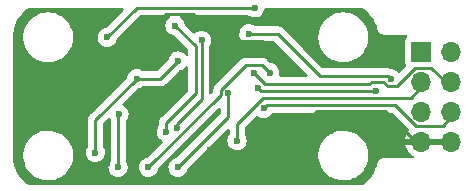
<source format=gbr>
%TF.GenerationSoftware,KiCad,Pcbnew,(6.0.0)*%
%TF.CreationDate,2022-01-22T14:10:52-08:00*%
%TF.ProjectId,elevation-imu,656c6576-6174-4696-9f6e-2d696d752e6b,rev?*%
%TF.SameCoordinates,Original*%
%TF.FileFunction,Copper,L2,Bot*%
%TF.FilePolarity,Positive*%
%FSLAX46Y46*%
G04 Gerber Fmt 4.6, Leading zero omitted, Abs format (unit mm)*
G04 Created by KiCad (PCBNEW (6.0.0)) date 2022-01-22 14:10:52*
%MOMM*%
%LPD*%
G01*
G04 APERTURE LIST*
%TA.AperFunction,ComponentPad*%
%ADD10R,1.700000X1.700000*%
%TD*%
%TA.AperFunction,ComponentPad*%
%ADD11O,1.700000X1.700000*%
%TD*%
%TA.AperFunction,ViaPad*%
%ADD12C,0.600000*%
%TD*%
%TA.AperFunction,Conductor*%
%ADD13C,0.254000*%
%TD*%
G04 APERTURE END LIST*
D10*
%TO.P,J1,1,Pin_1*%
%TO.N,+5V*%
X140075000Y-112200000D03*
D11*
%TO.P,J1,2,Pin_2*%
%TO.N,/SDI_IN*%
X142615000Y-112200000D03*
%TO.P,J1,3,Pin_3*%
%TO.N,/SDO_OUT*%
X140075000Y-114740000D03*
%TO.P,J1,4,Pin_4*%
%TO.N,/CLK_IN*%
X142615000Y-114740000D03*
%TO.P,J1,5,Pin_5*%
%TO.N,/~{CS}_IN*%
X140075000Y-117280000D03*
%TO.P,J1,6,Pin_6*%
%TO.N,/INT_OUT*%
X142615000Y-117280000D03*
%TO.P,J1,7,Pin_7*%
%TO.N,GND*%
X140075000Y-119820000D03*
%TO.P,J1,8,Pin_8*%
X142615000Y-119820000D03*
%TD*%
D12*
%TO.N,GND*%
X113500000Y-121750000D03*
X122250000Y-120500000D03*
%TO.N,/INT*%
X117000000Y-122000000D03*
%TO.N,Net-(U1-Pad9)*%
X114420000Y-122000000D03*
%TO.N,Net-(U1-Pad4)*%
X119500000Y-122000000D03*
%TO.N,GND*%
X108750000Y-116000000D03*
X130000000Y-109500000D03*
X129750000Y-114000000D03*
X116500000Y-117500000D03*
X116750000Y-113000000D03*
%TO.N,Net-(U1-Pad4)*%
X123750000Y-115750000D03*
%TO.N,/SCL*%
X119250000Y-110000000D03*
X118500000Y-119000000D03*
%TO.N,/SDI_IN*%
X136250000Y-115500000D03*
X126250000Y-115250000D03*
%TO.N,GND*%
X128500000Y-113250000D03*
%TO.N,/INT_OUT*%
X126750000Y-117000000D03*
%TO.N,/CLK_IN*%
X125939640Y-114030180D03*
%TO.N,/~{CS}_IN*%
X137500000Y-114500000D03*
X125500000Y-110698002D03*
%TO.N,GND*%
X124250000Y-111324502D03*
%TO.N,/SDI*%
X121500000Y-111250000D03*
X119439233Y-118663822D03*
%TO.N,GND*%
X122750000Y-123000000D03*
X128250000Y-121750000D03*
%TO.N,+3V3*%
X112500000Y-120750000D03*
%TO.N,/SDO_OUT*%
X124500000Y-119750000D03*
%TO.N,+3V3*%
X116000000Y-114500000D03*
X119500000Y-113000000D03*
%TO.N,/INT*%
X127251500Y-114000000D03*
%TO.N,Net-(U1-Pad9)*%
X114500000Y-117500000D03*
%TO.N,+5V*%
X113500000Y-111000000D03*
X126000000Y-108500000D03*
%TD*%
D13*
%TO.N,/INT*%
X116989060Y-122000000D02*
X117000000Y-122000000D01*
X123123499Y-115865561D02*
X116989060Y-122000000D01*
X123123499Y-115490494D02*
X123123499Y-115865561D01*
X125240494Y-113373499D02*
X123123499Y-115490494D01*
X127251500Y-114000000D02*
X126624999Y-113373499D01*
X126624999Y-113373499D02*
X125240494Y-113373499D01*
%TO.N,/SDI*%
X119439233Y-118310767D02*
X119439233Y-118663822D01*
X121500000Y-111250000D02*
X121500000Y-116250000D01*
X121500000Y-116250000D02*
X119439233Y-118310767D01*
%TO.N,GND*%
X122573489Y-123176511D02*
X122750000Y-123000000D01*
X115533489Y-122487328D02*
X116222672Y-123176511D01*
X115533489Y-121783489D02*
X115533489Y-122487328D01*
X115250000Y-121500000D02*
X115533489Y-121783489D01*
X116222672Y-123176511D02*
X122573489Y-123176511D01*
X116500000Y-117500000D02*
X115250000Y-118750000D01*
X115250000Y-118750000D02*
X115250000Y-121500000D01*
%TO.N,/CLK_IN*%
X135687850Y-114953511D02*
X126862971Y-114953511D01*
X139587672Y-113563489D02*
X138024660Y-115126501D01*
X137240494Y-115126501D02*
X136863993Y-114750000D01*
X126862971Y-114953511D02*
X125939640Y-114030180D01*
X140938489Y-113563489D02*
X139587672Y-113563489D01*
X135891361Y-114750000D02*
X135687850Y-114953511D01*
X138024660Y-115126501D02*
X137240494Y-115126501D01*
X142615000Y-115240000D02*
X140938489Y-113563489D01*
X136863993Y-114750000D02*
X135891361Y-114750000D01*
%TO.N,/INT_OUT*%
X127000000Y-116750000D02*
X126750000Y-117000000D01*
X137881161Y-116750000D02*
X127000000Y-116750000D01*
X139631161Y-118500000D02*
X137881161Y-116750000D01*
X142615000Y-117780000D02*
X141895000Y-118500000D01*
X141895000Y-118500000D02*
X139631161Y-118500000D01*
%TO.N,/~{CS}_IN*%
X137250000Y-114250000D02*
X137500000Y-114500000D01*
X131500000Y-114250000D02*
X137250000Y-114250000D01*
X125500000Y-110698002D02*
X127948002Y-110698002D01*
X127948002Y-110698002D02*
X131500000Y-114250000D01*
%TO.N,GND*%
X137005000Y-117250000D02*
X140075000Y-120320000D01*
X131250000Y-117250000D02*
X137005000Y-117250000D01*
X129750000Y-118750000D02*
X131250000Y-117250000D01*
X129750000Y-120250000D02*
X129750000Y-118750000D01*
X128250000Y-121750000D02*
X129750000Y-120250000D01*
%TO.N,/SDI_IN*%
X126500000Y-115500000D02*
X136250000Y-115500000D01*
X126250000Y-115250000D02*
X126500000Y-115500000D01*
%TO.N,GND*%
X129250000Y-114000000D02*
X128500000Y-113250000D01*
X129750000Y-114000000D02*
X129250000Y-114000000D01*
X118500000Y-109000000D02*
X116750000Y-110750000D01*
X116750000Y-110750000D02*
X116750000Y-113000000D01*
X123074502Y-111324502D02*
X120750000Y-109000000D01*
X123824502Y-111324502D02*
X123074502Y-111324502D01*
X124250000Y-111324502D02*
X123824502Y-111324502D01*
X120750000Y-109000000D02*
X118500000Y-109000000D01*
%TO.N,Net-(U1-Pad4)*%
X123750000Y-117750000D02*
X119500000Y-122000000D01*
X123750000Y-115750000D02*
X123750000Y-117750000D01*
%TO.N,/SCL*%
X121000000Y-115750000D02*
X121000000Y-111750000D01*
X118500000Y-118250000D02*
X121000000Y-115750000D01*
X118500000Y-119000000D02*
X118500000Y-118250000D01*
X121000000Y-111750000D02*
X119250000Y-110000000D01*
%TO.N,/SDO_OUT*%
X139188499Y-116126501D02*
X140075000Y-115240000D01*
X126737492Y-116126501D02*
X139188499Y-116126501D01*
X124500000Y-118363993D02*
X126737492Y-116126501D01*
X124500000Y-119750000D02*
X124500000Y-118363993D01*
%TO.N,GND*%
X126574502Y-111324502D02*
X124250000Y-111324502D01*
X128500000Y-113250000D02*
X126574502Y-111324502D01*
X124000000Y-121750000D02*
X122750000Y-123000000D01*
X128250000Y-121750000D02*
X124000000Y-121750000D01*
%TO.N,+3V3*%
X112500000Y-118000000D02*
X116000000Y-114500000D01*
X112500000Y-120750000D02*
X112500000Y-118000000D01*
X118000000Y-114500000D02*
X116000000Y-114500000D01*
X119500000Y-113000000D02*
X118000000Y-114500000D01*
%TO.N,Net-(U1-Pad9)*%
X114420000Y-117580000D02*
X114420000Y-122000000D01*
X114500000Y-117500000D02*
X114420000Y-117580000D01*
%TO.N,+5V*%
X126000000Y-108500000D02*
X116000000Y-108500000D01*
X116000000Y-108500000D02*
X113500000Y-111000000D01*
%TD*%
%TA.AperFunction,Conductor*%
%TO.N,GND*%
G36*
X114857199Y-108528002D02*
G01*
X114903692Y-108581658D01*
X114913796Y-108651932D01*
X114884302Y-108716512D01*
X114878175Y-108723093D01*
X114155396Y-109445871D01*
X113435748Y-110165519D01*
X113373436Y-110199545D01*
X113359824Y-110201734D01*
X113332288Y-110204628D01*
X113332286Y-110204628D01*
X113325288Y-110205364D01*
X113153579Y-110263818D01*
X113120608Y-110284102D01*
X113005095Y-110355166D01*
X113005092Y-110355168D01*
X112999088Y-110358862D01*
X112994053Y-110363793D01*
X112994050Y-110363795D01*
X112874525Y-110480843D01*
X112869493Y-110485771D01*
X112771235Y-110638238D01*
X112768826Y-110644858D01*
X112768824Y-110644861D01*
X112714228Y-110794863D01*
X112709197Y-110808685D01*
X112686463Y-110988640D01*
X112704163Y-111169160D01*
X112761418Y-111341273D01*
X112765065Y-111347295D01*
X112765066Y-111347297D01*
X112850510Y-111488382D01*
X112855380Y-111496424D01*
X112981382Y-111626902D01*
X113133159Y-111726222D01*
X113139763Y-111728678D01*
X113139765Y-111728679D01*
X113296558Y-111786990D01*
X113296560Y-111786990D01*
X113303168Y-111789448D01*
X113386995Y-111800633D01*
X113475980Y-111812507D01*
X113475984Y-111812507D01*
X113482961Y-111813438D01*
X113489972Y-111812800D01*
X113489976Y-111812800D01*
X113632459Y-111799832D01*
X113663600Y-111796998D01*
X113670302Y-111794820D01*
X113670304Y-111794820D01*
X113829409Y-111743124D01*
X113829412Y-111743123D01*
X113836108Y-111740947D01*
X113991912Y-111648069D01*
X114123266Y-111522982D01*
X114223643Y-111371902D01*
X114271446Y-111246062D01*
X114285555Y-111208920D01*
X114285556Y-111208918D01*
X114288055Y-111202338D01*
X114289167Y-111194426D01*
X114297177Y-111137435D01*
X114326466Y-111072761D01*
X114332856Y-111065877D01*
X116226328Y-109172405D01*
X116288640Y-109138379D01*
X116315423Y-109135500D01*
X118670324Y-109135500D01*
X118738445Y-109155502D01*
X118784938Y-109209158D01*
X118795042Y-109279432D01*
X118765548Y-109344012D01*
X118751459Y-109357403D01*
X118749088Y-109358862D01*
X118619493Y-109485771D01*
X118521235Y-109638238D01*
X118518826Y-109644858D01*
X118518824Y-109644861D01*
X118463429Y-109797057D01*
X118459197Y-109808685D01*
X118436463Y-109988640D01*
X118454163Y-110169160D01*
X118511418Y-110341273D01*
X118515065Y-110347295D01*
X118515066Y-110347297D01*
X118591682Y-110473805D01*
X118605380Y-110496424D01*
X118610269Y-110501487D01*
X118610270Y-110501488D01*
X118663362Y-110556466D01*
X118731382Y-110626902D01*
X118753085Y-110641104D01*
X118837608Y-110696414D01*
X118883159Y-110726222D01*
X118889763Y-110728678D01*
X118889765Y-110728679D01*
X118922355Y-110740799D01*
X119053168Y-110789448D01*
X119060151Y-110790380D01*
X119060152Y-110790380D01*
X119111923Y-110797288D01*
X119176800Y-110826124D01*
X119184353Y-110833086D01*
X120327595Y-111976328D01*
X120361621Y-112038640D01*
X120364500Y-112065423D01*
X120364500Y-112420310D01*
X120344498Y-112488431D01*
X120290842Y-112534924D01*
X120220568Y-112545028D01*
X120155988Y-112515534D01*
X120140732Y-112499595D01*
X120137626Y-112494624D01*
X120086779Y-112443421D01*
X120014778Y-112370915D01*
X120014774Y-112370912D01*
X120009815Y-112365918D01*
X119998697Y-112358862D01*
X119950538Y-112328300D01*
X119856666Y-112268727D01*
X119827463Y-112258328D01*
X119692425Y-112210243D01*
X119692420Y-112210242D01*
X119685790Y-112207881D01*
X119678802Y-112207048D01*
X119678799Y-112207047D01*
X119555698Y-112192368D01*
X119505680Y-112186404D01*
X119498677Y-112187140D01*
X119498676Y-112187140D01*
X119332288Y-112204628D01*
X119332286Y-112204629D01*
X119325288Y-112205364D01*
X119153579Y-112263818D01*
X119147575Y-112267512D01*
X119005095Y-112355166D01*
X119005092Y-112355168D01*
X118999088Y-112358862D01*
X118994053Y-112363793D01*
X118994050Y-112363795D01*
X118912739Y-112443421D01*
X118869493Y-112485771D01*
X118771235Y-112638238D01*
X118768826Y-112644858D01*
X118768824Y-112644861D01*
X118718393Y-112783418D01*
X118709197Y-112808685D01*
X118702546Y-112861331D01*
X118674166Y-112926404D01*
X118666636Y-112934631D01*
X117773672Y-113827595D01*
X117711360Y-113861621D01*
X117684577Y-113864500D01*
X116544188Y-113864500D01*
X116476674Y-113844885D01*
X116362615Y-113772502D01*
X116362613Y-113772501D01*
X116356666Y-113768727D01*
X116350033Y-113766365D01*
X116192425Y-113710243D01*
X116192420Y-113710242D01*
X116185790Y-113707881D01*
X116178802Y-113707048D01*
X116178799Y-113707047D01*
X116055698Y-113692368D01*
X116005680Y-113686404D01*
X115998677Y-113687140D01*
X115998676Y-113687140D01*
X115832288Y-113704628D01*
X115832286Y-113704629D01*
X115825288Y-113705364D01*
X115653579Y-113763818D01*
X115639457Y-113772506D01*
X115505095Y-113855166D01*
X115505092Y-113855168D01*
X115499088Y-113858862D01*
X115494053Y-113863793D01*
X115494050Y-113863795D01*
X115374525Y-113980843D01*
X115369493Y-113985771D01*
X115271235Y-114138238D01*
X115268826Y-114144858D01*
X115268824Y-114144861D01*
X115211606Y-114302066D01*
X115209197Y-114308685D01*
X115202546Y-114361331D01*
X115174166Y-114426404D01*
X115166636Y-114434631D01*
X112106517Y-117494750D01*
X112098191Y-117502326D01*
X112091697Y-117506447D01*
X112086274Y-117512222D01*
X112044915Y-117556265D01*
X112042160Y-117559107D01*
X112022361Y-117578906D01*
X112019937Y-117582031D01*
X112019929Y-117582040D01*
X112019863Y-117582126D01*
X112012155Y-117591151D01*
X111981783Y-117623494D01*
X111977965Y-117630438D01*
X111977964Y-117630440D01*
X111971978Y-117641329D01*
X111961127Y-117657847D01*
X111948650Y-117673933D01*
X111931024Y-117714666D01*
X111925807Y-117725314D01*
X111904431Y-117764197D01*
X111902460Y-117771872D01*
X111902458Y-117771878D01*
X111899369Y-117783911D01*
X111892966Y-117802613D01*
X111884883Y-117821292D01*
X111883181Y-117832040D01*
X111877940Y-117865127D01*
X111875535Y-117876740D01*
X111864500Y-117919718D01*
X111864500Y-117940065D01*
X111862949Y-117959776D01*
X111859765Y-117979879D01*
X111860511Y-117987771D01*
X111863941Y-118024056D01*
X111864500Y-118035914D01*
X111864500Y-120206436D01*
X111844411Y-120274691D01*
X111771235Y-120388238D01*
X111768826Y-120394858D01*
X111768824Y-120394861D01*
X111714243Y-120544820D01*
X111709197Y-120558685D01*
X111686463Y-120738640D01*
X111704163Y-120919160D01*
X111761418Y-121091273D01*
X111765065Y-121097295D01*
X111765066Y-121097297D01*
X111831888Y-121207633D01*
X111855380Y-121246424D01*
X111860269Y-121251487D01*
X111860270Y-121251488D01*
X111912403Y-121305473D01*
X111981382Y-121376902D01*
X111987278Y-121380760D01*
X112109945Y-121461031D01*
X112133159Y-121476222D01*
X112139763Y-121478678D01*
X112139765Y-121478679D01*
X112296558Y-121536990D01*
X112296560Y-121536990D01*
X112303168Y-121539448D01*
X112386995Y-121550633D01*
X112475980Y-121562507D01*
X112475984Y-121562507D01*
X112482961Y-121563438D01*
X112489972Y-121562800D01*
X112489976Y-121562800D01*
X112632459Y-121549832D01*
X112663600Y-121546998D01*
X112670302Y-121544820D01*
X112670304Y-121544820D01*
X112829409Y-121493124D01*
X112829412Y-121493123D01*
X112836108Y-121490947D01*
X112932513Y-121433478D01*
X112985860Y-121401677D01*
X112985862Y-121401676D01*
X112991912Y-121398069D01*
X113123266Y-121272982D01*
X113223643Y-121121902D01*
X113271779Y-120995185D01*
X113285555Y-120958920D01*
X113285556Y-120958918D01*
X113288055Y-120952338D01*
X113290785Y-120932916D01*
X113312748Y-120776639D01*
X113312748Y-120776636D01*
X113313299Y-120772717D01*
X113313616Y-120750000D01*
X113293397Y-120569745D01*
X113291080Y-120563091D01*
X113236064Y-120405106D01*
X113236062Y-120405103D01*
X113233745Y-120398448D01*
X113154646Y-120271862D01*
X113135500Y-120205093D01*
X113135500Y-118315422D01*
X113155502Y-118247301D01*
X113172405Y-118226327D01*
X113569405Y-117829327D01*
X113631717Y-117795301D01*
X113702532Y-117800366D01*
X113759368Y-117842913D01*
X113784179Y-117909433D01*
X113784500Y-117918422D01*
X113784500Y-121456436D01*
X113764411Y-121524691D01*
X113691235Y-121638238D01*
X113688826Y-121644858D01*
X113688824Y-121644861D01*
X113636152Y-121789577D01*
X113629197Y-121808685D01*
X113606463Y-121988640D01*
X113624163Y-122169160D01*
X113681418Y-122341273D01*
X113685065Y-122347295D01*
X113685066Y-122347297D01*
X113769536Y-122486774D01*
X113775380Y-122496424D01*
X113901382Y-122626902D01*
X114053159Y-122726222D01*
X114059763Y-122728678D01*
X114059765Y-122728679D01*
X114216558Y-122786990D01*
X114216560Y-122786990D01*
X114223168Y-122789448D01*
X114306995Y-122800633D01*
X114395980Y-122812507D01*
X114395984Y-122812507D01*
X114402961Y-122813438D01*
X114409972Y-122812800D01*
X114409976Y-122812800D01*
X114552459Y-122799832D01*
X114583600Y-122796998D01*
X114590302Y-122794820D01*
X114590304Y-122794820D01*
X114749409Y-122743124D01*
X114749412Y-122743123D01*
X114756108Y-122740947D01*
X114911912Y-122648069D01*
X115043266Y-122522982D01*
X115143643Y-122371902D01*
X115198734Y-122226876D01*
X115205555Y-122208920D01*
X115205556Y-122208918D01*
X115208055Y-122202338D01*
X115210862Y-122182367D01*
X115232748Y-122026639D01*
X115232748Y-122026636D01*
X115233299Y-122022717D01*
X115233616Y-122000000D01*
X115213397Y-121819745D01*
X115211080Y-121813091D01*
X115156064Y-121655106D01*
X115156062Y-121655103D01*
X115153745Y-121648448D01*
X115145398Y-121635089D01*
X115074646Y-121521862D01*
X115055500Y-121455093D01*
X115055500Y-118141518D01*
X115075502Y-118073397D01*
X115094604Y-118050276D01*
X115123266Y-118022982D01*
X115223643Y-117871902D01*
X115288055Y-117702338D01*
X115290038Y-117688226D01*
X115312748Y-117526639D01*
X115312748Y-117526636D01*
X115313299Y-117522717D01*
X115313616Y-117500000D01*
X115293397Y-117319745D01*
X115281144Y-117284559D01*
X115236064Y-117155106D01*
X115236062Y-117155103D01*
X115233745Y-117148448D01*
X115137626Y-116994624D01*
X115132664Y-116989627D01*
X115014778Y-116870915D01*
X115014774Y-116870912D01*
X115009815Y-116865918D01*
X114892403Y-116791406D01*
X114862616Y-116772503D01*
X114862436Y-116772389D01*
X114862434Y-116772387D01*
X114856666Y-116768727D01*
X114857309Y-116767714D01*
X114810037Y-116724608D01*
X114791767Y-116656002D01*
X114813489Y-116588410D01*
X114828632Y-116570100D01*
X116063288Y-115335444D01*
X116125600Y-115301418D01*
X116140963Y-115299058D01*
X116163600Y-115296998D01*
X116170302Y-115294820D01*
X116170304Y-115294820D01*
X116329409Y-115243124D01*
X116329412Y-115243123D01*
X116336108Y-115240947D01*
X116452266Y-115171703D01*
X116483186Y-115153271D01*
X116547703Y-115135500D01*
X117920980Y-115135500D01*
X117932214Y-115136030D01*
X117939719Y-115137708D01*
X118008012Y-115135562D01*
X118011969Y-115135500D01*
X118039983Y-115135500D01*
X118043908Y-115135004D01*
X118043909Y-115135004D01*
X118044004Y-115134992D01*
X118055849Y-115134059D01*
X118085670Y-115133122D01*
X118092282Y-115132914D01*
X118092283Y-115132914D01*
X118100205Y-115132665D01*
X118119749Y-115126987D01*
X118139112Y-115122977D01*
X118151440Y-115121420D01*
X118151442Y-115121420D01*
X118159299Y-115120427D01*
X118166663Y-115117511D01*
X118166668Y-115117510D01*
X118200556Y-115104093D01*
X118211785Y-115100248D01*
X118228465Y-115095402D01*
X118254393Y-115087869D01*
X118261220Y-115083831D01*
X118261223Y-115083830D01*
X118271906Y-115077512D01*
X118289664Y-115068812D01*
X118301215Y-115064239D01*
X118301221Y-115064235D01*
X118308588Y-115061319D01*
X118324717Y-115049601D01*
X118344488Y-115035236D01*
X118354410Y-115028719D01*
X118385768Y-115010174D01*
X118385772Y-115010171D01*
X118392598Y-115006134D01*
X118406982Y-114991750D01*
X118422016Y-114978909D01*
X118432073Y-114971602D01*
X118438487Y-114966942D01*
X118466778Y-114932744D01*
X118474767Y-114923965D01*
X119563288Y-113835444D01*
X119625600Y-113801418D01*
X119640963Y-113799058D01*
X119663600Y-113796998D01*
X119670302Y-113794820D01*
X119670304Y-113794820D01*
X119829409Y-113743124D01*
X119829412Y-113743123D01*
X119836108Y-113740947D01*
X119936616Y-113681032D01*
X119985860Y-113651677D01*
X119985862Y-113651676D01*
X119991912Y-113648069D01*
X120123266Y-113522982D01*
X120133552Y-113507500D01*
X120187908Y-113461830D01*
X120258328Y-113452797D01*
X120322452Y-113483270D01*
X120359922Y-113543573D01*
X120364500Y-113577227D01*
X120364500Y-115434578D01*
X120344498Y-115502699D01*
X120327595Y-115523673D01*
X119215427Y-116635840D01*
X118106517Y-117744750D01*
X118098191Y-117752326D01*
X118091697Y-117756447D01*
X118048336Y-117802622D01*
X118044915Y-117806265D01*
X118042160Y-117809107D01*
X118022361Y-117828906D01*
X118019937Y-117832031D01*
X118019929Y-117832040D01*
X118019863Y-117832126D01*
X118012155Y-117841151D01*
X117981783Y-117873494D01*
X117977965Y-117880438D01*
X117977964Y-117880440D01*
X117971978Y-117891329D01*
X117961127Y-117907847D01*
X117948650Y-117923933D01*
X117931024Y-117964666D01*
X117925807Y-117975314D01*
X117922089Y-117982077D01*
X117904431Y-118014197D01*
X117902460Y-118021872D01*
X117902458Y-118021878D01*
X117899369Y-118033911D01*
X117892966Y-118052613D01*
X117884883Y-118071292D01*
X117883644Y-118079117D01*
X117877940Y-118115127D01*
X117875535Y-118126740D01*
X117864500Y-118169718D01*
X117864500Y-118190065D01*
X117862949Y-118209776D01*
X117859765Y-118229879D01*
X117860511Y-118237771D01*
X117863941Y-118274056D01*
X117864500Y-118285914D01*
X117864500Y-118456436D01*
X117844411Y-118524691D01*
X117771235Y-118638238D01*
X117768826Y-118644858D01*
X117768824Y-118644861D01*
X117711606Y-118802066D01*
X117709197Y-118808685D01*
X117686463Y-118988640D01*
X117704163Y-119169160D01*
X117761418Y-119341273D01*
X117765065Y-119347295D01*
X117765066Y-119347297D01*
X117793872Y-119394861D01*
X117855380Y-119496424D01*
X117981382Y-119626902D01*
X118133159Y-119726222D01*
X118133687Y-119726418D01*
X118183600Y-119773226D01*
X118200911Y-119842080D01*
X118178248Y-119909363D01*
X118164104Y-119926224D01*
X117543329Y-120546998D01*
X116923523Y-121166804D01*
X116861211Y-121200830D01*
X116847600Y-121203019D01*
X116844710Y-121203323D01*
X116832288Y-121204628D01*
X116832286Y-121204628D01*
X116825288Y-121205364D01*
X116653579Y-121263818D01*
X116598778Y-121297532D01*
X116505095Y-121355166D01*
X116505092Y-121355168D01*
X116499088Y-121358862D01*
X116494053Y-121363793D01*
X116494050Y-121363795D01*
X116379244Y-121476222D01*
X116369493Y-121485771D01*
X116271235Y-121638238D01*
X116268826Y-121644858D01*
X116268824Y-121644861D01*
X116216152Y-121789577D01*
X116209197Y-121808685D01*
X116186463Y-121988640D01*
X116204163Y-122169160D01*
X116261418Y-122341273D01*
X116265065Y-122347295D01*
X116265066Y-122347297D01*
X116349536Y-122486774D01*
X116355380Y-122496424D01*
X116481382Y-122626902D01*
X116633159Y-122726222D01*
X116639763Y-122728678D01*
X116639765Y-122728679D01*
X116796558Y-122786990D01*
X116796560Y-122786990D01*
X116803168Y-122789448D01*
X116886995Y-122800633D01*
X116975980Y-122812507D01*
X116975984Y-122812507D01*
X116982961Y-122813438D01*
X116989972Y-122812800D01*
X116989976Y-122812800D01*
X117132459Y-122799832D01*
X117163600Y-122796998D01*
X117170302Y-122794820D01*
X117170304Y-122794820D01*
X117329409Y-122743124D01*
X117329412Y-122743123D01*
X117336108Y-122740947D01*
X117491912Y-122648069D01*
X117623266Y-122522982D01*
X117723643Y-122371902D01*
X117788055Y-122202338D01*
X117791779Y-122175844D01*
X117798965Y-122124707D01*
X117828253Y-122060033D01*
X117834644Y-122053148D01*
X122899405Y-116988388D01*
X122961717Y-116954362D01*
X123032532Y-116959427D01*
X123089368Y-117001974D01*
X123114179Y-117068494D01*
X123114500Y-117077483D01*
X123114500Y-117434577D01*
X123094498Y-117502698D01*
X123077595Y-117523672D01*
X119435748Y-121165519D01*
X119373436Y-121199545D01*
X119359824Y-121201734D01*
X119332288Y-121204628D01*
X119332286Y-121204628D01*
X119325288Y-121205364D01*
X119153579Y-121263818D01*
X119098778Y-121297532D01*
X119005095Y-121355166D01*
X119005092Y-121355168D01*
X118999088Y-121358862D01*
X118994053Y-121363793D01*
X118994050Y-121363795D01*
X118879244Y-121476222D01*
X118869493Y-121485771D01*
X118771235Y-121638238D01*
X118768826Y-121644858D01*
X118768824Y-121644861D01*
X118716152Y-121789577D01*
X118709197Y-121808685D01*
X118686463Y-121988640D01*
X118704163Y-122169160D01*
X118761418Y-122341273D01*
X118765065Y-122347295D01*
X118765066Y-122347297D01*
X118849536Y-122486774D01*
X118855380Y-122496424D01*
X118981382Y-122626902D01*
X119133159Y-122726222D01*
X119139763Y-122728678D01*
X119139765Y-122728679D01*
X119296558Y-122786990D01*
X119296560Y-122786990D01*
X119303168Y-122789448D01*
X119386995Y-122800633D01*
X119475980Y-122812507D01*
X119475984Y-122812507D01*
X119482961Y-122813438D01*
X119489972Y-122812800D01*
X119489976Y-122812800D01*
X119632459Y-122799832D01*
X119663600Y-122796998D01*
X119670302Y-122794820D01*
X119670304Y-122794820D01*
X119829409Y-122743124D01*
X119829412Y-122743123D01*
X119836108Y-122740947D01*
X119991912Y-122648069D01*
X120123266Y-122522982D01*
X120223643Y-122371902D01*
X120278734Y-122226876D01*
X120285555Y-122208920D01*
X120285556Y-122208918D01*
X120288055Y-122202338D01*
X120297177Y-122137435D01*
X120326466Y-122072761D01*
X120332856Y-122065877D01*
X121266030Y-121132703D01*
X131390743Y-121132703D01*
X131428268Y-121417734D01*
X131504129Y-121695036D01*
X131505813Y-121698984D01*
X131575509Y-121862382D01*
X131616923Y-121959476D01*
X131652402Y-122018757D01*
X131759765Y-122198147D01*
X131764561Y-122206161D01*
X131944313Y-122430528D01*
X132035553Y-122517111D01*
X132145908Y-122621834D01*
X132152851Y-122628423D01*
X132386317Y-122796186D01*
X132390112Y-122798195D01*
X132390113Y-122798196D01*
X132411869Y-122809715D01*
X132640392Y-122930712D01*
X132910373Y-123029511D01*
X133191264Y-123090755D01*
X133219841Y-123093004D01*
X133414282Y-123108307D01*
X133414291Y-123108307D01*
X133416739Y-123108500D01*
X133572271Y-123108500D01*
X133574407Y-123108354D01*
X133574418Y-123108354D01*
X133782548Y-123094165D01*
X133782554Y-123094164D01*
X133786825Y-123093873D01*
X133791020Y-123093004D01*
X133791022Y-123093004D01*
X133927583Y-123064724D01*
X134068342Y-123035574D01*
X134339343Y-122939607D01*
X134447433Y-122883818D01*
X134591005Y-122809715D01*
X134591006Y-122809715D01*
X134594812Y-122807750D01*
X134598313Y-122805289D01*
X134598317Y-122805287D01*
X134822015Y-122648069D01*
X134830023Y-122642441D01*
X134981706Y-122501488D01*
X135037479Y-122449661D01*
X135037481Y-122449658D01*
X135040622Y-122446740D01*
X135222713Y-122224268D01*
X135372927Y-121979142D01*
X135391596Y-121936614D01*
X135486757Y-121719830D01*
X135488483Y-121715898D01*
X135504392Y-121660051D01*
X135532178Y-121562507D01*
X135567244Y-121439406D01*
X135603576Y-121184121D01*
X135607146Y-121159036D01*
X135607146Y-121159034D01*
X135607751Y-121154784D01*
X135607845Y-121136951D01*
X135609235Y-120871583D01*
X135609235Y-120871576D01*
X135609257Y-120867297D01*
X135571732Y-120582266D01*
X135495871Y-120304964D01*
X135407293Y-120097297D01*
X135384763Y-120044476D01*
X135384761Y-120044472D01*
X135383077Y-120040524D01*
X135235439Y-119793839D01*
X135055687Y-119569472D01*
X134864706Y-119388238D01*
X134850258Y-119374527D01*
X134850255Y-119374525D01*
X134847149Y-119371577D01*
X134613683Y-119203814D01*
X134591843Y-119192250D01*
X134534995Y-119162151D01*
X134359608Y-119069288D01*
X134120115Y-118981646D01*
X134093658Y-118971964D01*
X134093656Y-118971963D01*
X134089627Y-118970489D01*
X133808736Y-118909245D01*
X133777685Y-118906801D01*
X133585718Y-118891693D01*
X133585709Y-118891693D01*
X133583261Y-118891500D01*
X133427729Y-118891500D01*
X133425593Y-118891646D01*
X133425582Y-118891646D01*
X133217452Y-118905835D01*
X133217446Y-118905836D01*
X133213175Y-118906127D01*
X133208980Y-118906996D01*
X133208978Y-118906996D01*
X133106728Y-118928171D01*
X132931658Y-118964426D01*
X132660657Y-119060393D01*
X132656848Y-119062359D01*
X132505966Y-119140235D01*
X132405188Y-119192250D01*
X132401687Y-119194711D01*
X132401683Y-119194713D01*
X132330667Y-119244624D01*
X132169977Y-119357559D01*
X131959378Y-119553260D01*
X131777287Y-119775732D01*
X131627073Y-120020858D01*
X131625347Y-120024791D01*
X131625346Y-120024792D01*
X131516890Y-120271862D01*
X131511517Y-120284102D01*
X131432756Y-120560594D01*
X131392249Y-120845216D01*
X131392227Y-120849505D01*
X131392226Y-120849512D01*
X131390765Y-121128417D01*
X131390743Y-121132703D01*
X121266030Y-121132703D01*
X123649405Y-118749328D01*
X123711717Y-118715302D01*
X123782532Y-118720367D01*
X123839368Y-118762914D01*
X123864179Y-118829434D01*
X123864500Y-118838423D01*
X123864500Y-119206436D01*
X123844411Y-119274691D01*
X123771235Y-119388238D01*
X123768826Y-119394858D01*
X123768824Y-119394861D01*
X123734050Y-119490401D01*
X123709197Y-119558685D01*
X123686463Y-119738640D01*
X123704163Y-119919160D01*
X123761418Y-120091273D01*
X123765065Y-120097295D01*
X123765066Y-120097297D01*
X123840859Y-120222446D01*
X123855380Y-120246424D01*
X123981382Y-120376902D01*
X124133159Y-120476222D01*
X124139763Y-120478678D01*
X124139765Y-120478679D01*
X124296558Y-120536990D01*
X124296560Y-120536990D01*
X124303168Y-120539448D01*
X124386995Y-120550633D01*
X124475980Y-120562507D01*
X124475984Y-120562507D01*
X124482961Y-120563438D01*
X124489972Y-120562800D01*
X124489976Y-120562800D01*
X124644470Y-120548739D01*
X124663600Y-120546998D01*
X124670302Y-120544820D01*
X124670304Y-120544820D01*
X124829409Y-120493124D01*
X124829412Y-120493123D01*
X124836108Y-120490947D01*
X124939013Y-120429603D01*
X124985860Y-120401677D01*
X124985862Y-120401676D01*
X124991912Y-120398069D01*
X125123266Y-120272982D01*
X125223643Y-120121902D01*
X125288055Y-119952338D01*
X125291725Y-119926225D01*
X125312748Y-119776639D01*
X125312748Y-119776636D01*
X125313299Y-119772717D01*
X125313616Y-119750000D01*
X125293397Y-119569745D01*
X125290911Y-119562607D01*
X125236064Y-119405106D01*
X125236062Y-119405103D01*
X125233745Y-119398448D01*
X125154646Y-119271862D01*
X125135500Y-119205093D01*
X125135500Y-118679415D01*
X125155502Y-118611294D01*
X125172401Y-118590324D01*
X126101218Y-117661508D01*
X126163528Y-117627484D01*
X126234344Y-117632549D01*
X126259300Y-117645171D01*
X126293681Y-117667669D01*
X126365477Y-117714651D01*
X126383159Y-117726222D01*
X126389763Y-117728678D01*
X126389765Y-117728679D01*
X126546558Y-117786990D01*
X126546560Y-117786990D01*
X126553168Y-117789448D01*
X126634993Y-117800366D01*
X126725980Y-117812507D01*
X126725984Y-117812507D01*
X126732961Y-117813438D01*
X126739972Y-117812800D01*
X126739976Y-117812800D01*
X126882459Y-117799832D01*
X126913600Y-117796998D01*
X126920302Y-117794820D01*
X126920304Y-117794820D01*
X127079409Y-117743124D01*
X127079412Y-117743123D01*
X127086108Y-117740947D01*
X127209033Y-117667669D01*
X127235860Y-117651677D01*
X127235862Y-117651676D01*
X127241912Y-117648069D01*
X127373266Y-117522982D01*
X127427222Y-117441773D01*
X127481578Y-117396102D01*
X127532169Y-117385500D01*
X137565739Y-117385500D01*
X137633860Y-117405502D01*
X137654834Y-117422405D01*
X139016326Y-118783898D01*
X139050351Y-118846208D01*
X139045286Y-118917023D01*
X139022069Y-118954065D01*
X139022847Y-118954695D01*
X139013104Y-118966727D01*
X138893098Y-119142649D01*
X138888000Y-119151623D01*
X138798338Y-119344783D01*
X138794775Y-119354470D01*
X138739389Y-119554183D01*
X138740912Y-119562607D01*
X138753292Y-119566000D01*
X142743000Y-119566000D01*
X142811121Y-119586002D01*
X142857614Y-119639658D01*
X142869000Y-119692000D01*
X142869000Y-119948000D01*
X142848998Y-120016121D01*
X142795342Y-120062614D01*
X142743000Y-120074000D01*
X138758225Y-120074000D01*
X138744694Y-120077973D01*
X138743257Y-120087966D01*
X138773565Y-120222446D01*
X138776645Y-120232275D01*
X138856770Y-120429603D01*
X138861413Y-120438794D01*
X138972694Y-120620388D01*
X138978777Y-120628699D01*
X139118213Y-120789667D01*
X139125580Y-120796883D01*
X139289434Y-120932916D01*
X139297881Y-120938831D01*
X139414901Y-121007212D01*
X139463625Y-121058850D01*
X139476696Y-121128633D01*
X139449965Y-121194405D01*
X139391918Y-121235284D01*
X139351331Y-121242000D01*
X136954280Y-121242000D01*
X136941618Y-121240604D01*
X136941590Y-121240966D01*
X136932643Y-121240271D01*
X136923882Y-121238315D01*
X136914926Y-121238896D01*
X136871153Y-121241736D01*
X136862995Y-121242000D01*
X136847690Y-121242000D01*
X136843252Y-121242635D01*
X136843244Y-121242636D01*
X136836466Y-121243607D01*
X136826768Y-121244615D01*
X136778673Y-121247736D01*
X136770238Y-121250808D01*
X136764791Y-121251952D01*
X136754340Y-121254574D01*
X136749012Y-121256132D01*
X136740122Y-121257405D01*
X136731953Y-121261119D01*
X136731947Y-121261121D01*
X136696257Y-121277349D01*
X136687224Y-121281041D01*
X136641944Y-121297532D01*
X136634712Y-121302847D01*
X136629806Y-121305473D01*
X136620538Y-121310906D01*
X136615830Y-121313917D01*
X136607657Y-121317633D01*
X136600855Y-121323494D01*
X136571148Y-121349091D01*
X136563516Y-121355168D01*
X136533942Y-121376902D01*
X136524688Y-121383703D01*
X136519235Y-121390838D01*
X136515260Y-121394739D01*
X136507880Y-121402564D01*
X136504220Y-121406760D01*
X136497420Y-121412619D01*
X136492537Y-121420153D01*
X136492536Y-121420154D01*
X136471211Y-121453054D01*
X136465591Y-121461031D01*
X136436329Y-121499320D01*
X136433099Y-121507695D01*
X136430378Y-121512556D01*
X136425501Y-121522119D01*
X136423155Y-121527196D01*
X136418274Y-121534727D01*
X136415702Y-121543327D01*
X136404466Y-121580896D01*
X136401316Y-121590114D01*
X136383972Y-121635089D01*
X136383222Y-121644039D01*
X136381975Y-121649467D01*
X136379972Y-121660051D01*
X136379151Y-121665543D01*
X136376580Y-121674141D01*
X136376537Y-121681180D01*
X136374474Y-121691014D01*
X136340587Y-121815675D01*
X136309426Y-121930309D01*
X136305354Y-121942709D01*
X136281663Y-122003962D01*
X136202391Y-122208920D01*
X136200054Y-122214961D01*
X136194725Y-122226866D01*
X136061818Y-122486774D01*
X136055284Y-122498067D01*
X135909503Y-122722364D01*
X135896206Y-122742822D01*
X135888536Y-122753383D01*
X135704990Y-122980368D01*
X135696268Y-122990079D01*
X135490223Y-123196859D01*
X135480543Y-123205615D01*
X135254223Y-123389959D01*
X135243693Y-123397665D01*
X135148791Y-123459828D01*
X135131124Y-123471400D01*
X135062084Y-123491998D01*
X120914260Y-123491999D01*
X106922242Y-123492000D01*
X106853840Y-123471816D01*
X106735026Y-123395009D01*
X106724320Y-123387263D01*
X106493628Y-123201165D01*
X106483814Y-123192358D01*
X106273892Y-122983128D01*
X106265037Y-122973324D01*
X106236057Y-122937641D01*
X106078184Y-122743252D01*
X106070412Y-122732584D01*
X105908692Y-122484215D01*
X105902072Y-122472779D01*
X105887077Y-122443421D01*
X105767253Y-122208828D01*
X105761877Y-122196782D01*
X105655444Y-121920150D01*
X105651356Y-121907596D01*
X105629406Y-121825859D01*
X105574487Y-121621350D01*
X105571735Y-121608427D01*
X105560787Y-121539448D01*
X105525277Y-121315721D01*
X105523892Y-121302581D01*
X105521520Y-121257405D01*
X105514971Y-121132703D01*
X106390743Y-121132703D01*
X106428268Y-121417734D01*
X106504129Y-121695036D01*
X106505813Y-121698984D01*
X106575509Y-121862382D01*
X106616923Y-121959476D01*
X106652402Y-122018757D01*
X106759765Y-122198147D01*
X106764561Y-122206161D01*
X106944313Y-122430528D01*
X107035553Y-122517111D01*
X107145908Y-122621834D01*
X107152851Y-122628423D01*
X107386317Y-122796186D01*
X107390112Y-122798195D01*
X107390113Y-122798196D01*
X107411869Y-122809715D01*
X107640392Y-122930712D01*
X107910373Y-123029511D01*
X108191264Y-123090755D01*
X108219841Y-123093004D01*
X108414282Y-123108307D01*
X108414291Y-123108307D01*
X108416739Y-123108500D01*
X108572271Y-123108500D01*
X108574407Y-123108354D01*
X108574418Y-123108354D01*
X108782548Y-123094165D01*
X108782554Y-123094164D01*
X108786825Y-123093873D01*
X108791020Y-123093004D01*
X108791022Y-123093004D01*
X108927583Y-123064724D01*
X109068342Y-123035574D01*
X109339343Y-122939607D01*
X109447433Y-122883818D01*
X109591005Y-122809715D01*
X109591006Y-122809715D01*
X109594812Y-122807750D01*
X109598313Y-122805289D01*
X109598317Y-122805287D01*
X109822015Y-122648069D01*
X109830023Y-122642441D01*
X109981706Y-122501488D01*
X110037479Y-122449661D01*
X110037481Y-122449658D01*
X110040622Y-122446740D01*
X110222713Y-122224268D01*
X110372927Y-121979142D01*
X110391596Y-121936614D01*
X110486757Y-121719830D01*
X110488483Y-121715898D01*
X110504392Y-121660051D01*
X110532178Y-121562507D01*
X110567244Y-121439406D01*
X110603576Y-121184121D01*
X110607146Y-121159036D01*
X110607146Y-121159034D01*
X110607751Y-121154784D01*
X110607845Y-121136951D01*
X110609235Y-120871583D01*
X110609235Y-120871576D01*
X110609257Y-120867297D01*
X110571732Y-120582266D01*
X110495871Y-120304964D01*
X110407293Y-120097297D01*
X110384763Y-120044476D01*
X110384761Y-120044472D01*
X110383077Y-120040524D01*
X110235439Y-119793839D01*
X110055687Y-119569472D01*
X109864706Y-119388238D01*
X109850258Y-119374527D01*
X109850255Y-119374525D01*
X109847149Y-119371577D01*
X109613683Y-119203814D01*
X109591843Y-119192250D01*
X109534995Y-119162151D01*
X109359608Y-119069288D01*
X109120115Y-118981646D01*
X109093658Y-118971964D01*
X109093656Y-118971963D01*
X109089627Y-118970489D01*
X108808736Y-118909245D01*
X108777685Y-118906801D01*
X108585718Y-118891693D01*
X108585709Y-118891693D01*
X108583261Y-118891500D01*
X108427729Y-118891500D01*
X108425593Y-118891646D01*
X108425582Y-118891646D01*
X108217452Y-118905835D01*
X108217446Y-118905836D01*
X108213175Y-118906127D01*
X108208980Y-118906996D01*
X108208978Y-118906996D01*
X108106728Y-118928171D01*
X107931658Y-118964426D01*
X107660657Y-119060393D01*
X107656848Y-119062359D01*
X107505966Y-119140235D01*
X107405188Y-119192250D01*
X107401687Y-119194711D01*
X107401683Y-119194713D01*
X107330667Y-119244624D01*
X107169977Y-119357559D01*
X106959378Y-119553260D01*
X106777287Y-119775732D01*
X106627073Y-120020858D01*
X106625347Y-120024791D01*
X106625346Y-120024792D01*
X106516890Y-120271862D01*
X106511517Y-120284102D01*
X106432756Y-120560594D01*
X106392249Y-120845216D01*
X106392227Y-120849505D01*
X106392226Y-120849512D01*
X106390765Y-121128417D01*
X106390743Y-121132703D01*
X105514971Y-121132703D01*
X105510436Y-121046364D01*
X105512009Y-121018850D01*
X105512265Y-121017330D01*
X105512265Y-121017329D01*
X105513071Y-121012539D01*
X105513224Y-121000000D01*
X105509273Y-120972412D01*
X105508000Y-120954549D01*
X105508000Y-111132703D01*
X106390743Y-111132703D01*
X106391302Y-111136947D01*
X106391302Y-111136951D01*
X106400004Y-111203051D01*
X106428268Y-111417734D01*
X106429401Y-111421874D01*
X106429401Y-111421876D01*
X106439535Y-111458920D01*
X106504129Y-111695036D01*
X106616923Y-111959476D01*
X106627009Y-111976328D01*
X106760874Y-112200000D01*
X106764561Y-112206161D01*
X106944313Y-112430528D01*
X107152851Y-112628423D01*
X107308940Y-112740585D01*
X107368549Y-112783418D01*
X107386317Y-112796186D01*
X107390112Y-112798195D01*
X107390113Y-112798196D01*
X107409923Y-112808685D01*
X107640392Y-112930712D01*
X107664699Y-112939607D01*
X107891808Y-113022717D01*
X107910373Y-113029511D01*
X108191264Y-113090755D01*
X108219841Y-113093004D01*
X108414282Y-113108307D01*
X108414291Y-113108307D01*
X108416739Y-113108500D01*
X108572271Y-113108500D01*
X108574407Y-113108354D01*
X108574418Y-113108354D01*
X108782548Y-113094165D01*
X108782554Y-113094164D01*
X108786825Y-113093873D01*
X108791020Y-113093004D01*
X108791022Y-113093004D01*
X108927583Y-113064724D01*
X109068342Y-113035574D01*
X109339343Y-112939607D01*
X109521717Y-112845477D01*
X109591005Y-112809715D01*
X109591006Y-112809715D01*
X109594812Y-112807750D01*
X109598313Y-112805289D01*
X109598317Y-112805287D01*
X109745548Y-112701811D01*
X109830023Y-112642441D01*
X109966591Y-112515534D01*
X110037479Y-112449661D01*
X110037481Y-112449658D01*
X110040622Y-112446740D01*
X110222713Y-112224268D01*
X110372927Y-111979142D01*
X110488483Y-111715898D01*
X110509189Y-111643211D01*
X110545646Y-111515226D01*
X110567244Y-111439406D01*
X110607751Y-111154784D01*
X110607845Y-111136951D01*
X110609235Y-110871583D01*
X110609235Y-110871576D01*
X110609257Y-110867297D01*
X110608317Y-110860153D01*
X110591008Y-110728679D01*
X110571732Y-110582266D01*
X110495871Y-110304964D01*
X110477352Y-110261547D01*
X110384763Y-110044476D01*
X110384761Y-110044472D01*
X110383077Y-110040524D01*
X110282827Y-109873019D01*
X110237643Y-109797521D01*
X110237640Y-109797517D01*
X110235439Y-109793839D01*
X110055687Y-109569472D01*
X109847149Y-109371577D01*
X109613683Y-109203814D01*
X109591843Y-109192250D01*
X109568654Y-109179972D01*
X109359608Y-109069288D01*
X109089627Y-108970489D01*
X108808736Y-108909245D01*
X108777685Y-108906801D01*
X108585718Y-108891693D01*
X108585709Y-108891693D01*
X108583261Y-108891500D01*
X108427729Y-108891500D01*
X108425593Y-108891646D01*
X108425582Y-108891646D01*
X108217452Y-108905835D01*
X108217446Y-108905836D01*
X108213175Y-108906127D01*
X108208980Y-108906996D01*
X108208978Y-108906996D01*
X108072417Y-108935276D01*
X107931658Y-108964426D01*
X107660657Y-109060393D01*
X107656848Y-109062359D01*
X107475290Y-109156068D01*
X107405188Y-109192250D01*
X107401687Y-109194711D01*
X107401683Y-109194713D01*
X107320605Y-109251696D01*
X107169977Y-109357559D01*
X107155601Y-109370918D01*
X106993738Y-109521331D01*
X106959378Y-109553260D01*
X106777287Y-109775732D01*
X106627073Y-110020858D01*
X106625347Y-110024791D01*
X106625346Y-110024792D01*
X106543977Y-110210157D01*
X106511517Y-110284102D01*
X106510342Y-110288229D01*
X106510341Y-110288230D01*
X106498353Y-110330314D01*
X106432756Y-110560594D01*
X106402485Y-110773296D01*
X106394179Y-110831658D01*
X106392249Y-110845216D01*
X106392227Y-110849505D01*
X106392226Y-110849512D01*
X106390897Y-111103295D01*
X106390743Y-111132703D01*
X105508000Y-111132703D01*
X105508000Y-111053207D01*
X105509746Y-111032303D01*
X105512264Y-111017335D01*
X105513071Y-111012539D01*
X105513224Y-111000000D01*
X105512535Y-110995185D01*
X105512534Y-110995177D01*
X105511147Y-110985494D01*
X105510047Y-110961022D01*
X105510278Y-110956638D01*
X105523891Y-110697415D01*
X105525276Y-110684275D01*
X105526011Y-110679648D01*
X105571734Y-110391571D01*
X105574487Y-110378647D01*
X105578476Y-110363795D01*
X105651356Y-110092401D01*
X105655448Y-110079836D01*
X105662332Y-110061943D01*
X105761872Y-109803227D01*
X105767255Y-109791165D01*
X105770860Y-109784107D01*
X105902072Y-109527217D01*
X105908685Y-109515793D01*
X106041051Y-109312507D01*
X106070410Y-109267418D01*
X106078192Y-109256737D01*
X106231626Y-109067813D01*
X106265040Y-109026670D01*
X106273895Y-109016867D01*
X106318947Y-108971964D01*
X106483813Y-108807641D01*
X106493639Y-108798825D01*
X106724311Y-108612742D01*
X106735020Y-108604994D01*
X106853840Y-108528184D01*
X106922243Y-108508000D01*
X114789078Y-108508000D01*
X114857199Y-108528002D01*
G37*
%TD.AperFunction*%
%TA.AperFunction,Conductor*%
G36*
X135131124Y-108528600D02*
G01*
X135243687Y-108602331D01*
X135254212Y-108610032D01*
X135375617Y-108708920D01*
X135480543Y-108794385D01*
X135490219Y-108803137D01*
X135564590Y-108877773D01*
X135696268Y-109009921D01*
X135704990Y-109019632D01*
X135888536Y-109246617D01*
X135896206Y-109257178D01*
X136054417Y-109500598D01*
X136055281Y-109501928D01*
X136061815Y-109513220D01*
X136194725Y-109773134D01*
X136200052Y-109785036D01*
X136207091Y-109803234D01*
X136305354Y-110057291D01*
X136309426Y-110069692D01*
X136374433Y-110308838D01*
X136375719Y-110315154D01*
X136375691Y-110319652D01*
X136378158Y-110328285D01*
X136379223Y-110336056D01*
X136380783Y-110343699D01*
X136381314Y-110352656D01*
X136384337Y-110361103D01*
X136384338Y-110361110D01*
X136398862Y-110401698D01*
X136401370Y-110409499D01*
X136415679Y-110459565D01*
X136420470Y-110467158D01*
X136423668Y-110474308D01*
X136427315Y-110481214D01*
X136430338Y-110489663D01*
X136460941Y-110531803D01*
X136465538Y-110538589D01*
X136482102Y-110564841D01*
X136493327Y-110582631D01*
X136500052Y-110588570D01*
X136505113Y-110594517D01*
X136510570Y-110600141D01*
X136515845Y-110607404D01*
X136522948Y-110612896D01*
X136557028Y-110639247D01*
X136563364Y-110644485D01*
X136602395Y-110678956D01*
X136610521Y-110682771D01*
X136617047Y-110687058D01*
X136623860Y-110690923D01*
X136630962Y-110696414D01*
X136639316Y-110699690D01*
X136639318Y-110699691D01*
X136662041Y-110708601D01*
X136679441Y-110715424D01*
X136686968Y-110718663D01*
X136734115Y-110740799D01*
X136742982Y-110742179D01*
X136750454Y-110744464D01*
X136758076Y-110746260D01*
X136766432Y-110749537D01*
X136818283Y-110754175D01*
X136826442Y-110755174D01*
X136839778Y-110757251D01*
X136839782Y-110757251D01*
X136844590Y-110758000D01*
X136855406Y-110758000D01*
X136866633Y-110758501D01*
X136911368Y-110762503D01*
X136920168Y-110760762D01*
X136920177Y-110760762D01*
X136922030Y-110760395D01*
X136946478Y-110758000D01*
X138788727Y-110758000D01*
X138856848Y-110778002D01*
X138903341Y-110831658D01*
X138913445Y-110901932D01*
X138883951Y-110966512D01*
X138875057Y-110974796D01*
X138875269Y-110975008D01*
X138868919Y-110981358D01*
X138861739Y-110986739D01*
X138774385Y-111103295D01*
X138723255Y-111239684D01*
X138716500Y-111301866D01*
X138716500Y-113098134D01*
X138723255Y-113160316D01*
X138774385Y-113296705D01*
X138779770Y-113303890D01*
X138786557Y-113312946D01*
X138811403Y-113379453D01*
X138796349Y-113448835D01*
X138774824Y-113477605D01*
X138286912Y-113965516D01*
X138224600Y-113999541D01*
X138153784Y-113994476D01*
X138108411Y-113965204D01*
X138014778Y-113870915D01*
X138014774Y-113870912D01*
X138009815Y-113865918D01*
X137998697Y-113858862D01*
X137937058Y-113819745D01*
X137856666Y-113768727D01*
X137827463Y-113758328D01*
X137692425Y-113710243D01*
X137692420Y-113710242D01*
X137685790Y-113707881D01*
X137678802Y-113707048D01*
X137678799Y-113707047D01*
X137582027Y-113695508D01*
X137546910Y-113686033D01*
X137546153Y-113685706D01*
X137535343Y-113681027D01*
X137524686Y-113675807D01*
X137513058Y-113669415D01*
X137485803Y-113654431D01*
X137478128Y-113652460D01*
X137478122Y-113652458D01*
X137466089Y-113649369D01*
X137447387Y-113642966D01*
X137428708Y-113634883D01*
X137394872Y-113629524D01*
X137384873Y-113627940D01*
X137373260Y-113625535D01*
X137330282Y-113614500D01*
X137309935Y-113614500D01*
X137290224Y-113612949D01*
X137277950Y-113611005D01*
X137270121Y-113609765D01*
X137262229Y-113610511D01*
X137225944Y-113613941D01*
X137214086Y-113614500D01*
X131815422Y-113614500D01*
X131747301Y-113594498D01*
X131726327Y-113577595D01*
X130104257Y-111955524D01*
X129281436Y-111132703D01*
X131390743Y-111132703D01*
X131391302Y-111136947D01*
X131391302Y-111136951D01*
X131400004Y-111203051D01*
X131428268Y-111417734D01*
X131429401Y-111421874D01*
X131429401Y-111421876D01*
X131439535Y-111458920D01*
X131504129Y-111695036D01*
X131616923Y-111959476D01*
X131627009Y-111976328D01*
X131760874Y-112200000D01*
X131764561Y-112206161D01*
X131944313Y-112430528D01*
X132152851Y-112628423D01*
X132308940Y-112740585D01*
X132368549Y-112783418D01*
X132386317Y-112796186D01*
X132390112Y-112798195D01*
X132390113Y-112798196D01*
X132409923Y-112808685D01*
X132640392Y-112930712D01*
X132664699Y-112939607D01*
X132891808Y-113022717D01*
X132910373Y-113029511D01*
X133191264Y-113090755D01*
X133219841Y-113093004D01*
X133414282Y-113108307D01*
X133414291Y-113108307D01*
X133416739Y-113108500D01*
X133572271Y-113108500D01*
X133574407Y-113108354D01*
X133574418Y-113108354D01*
X133782548Y-113094165D01*
X133782554Y-113094164D01*
X133786825Y-113093873D01*
X133791020Y-113093004D01*
X133791022Y-113093004D01*
X133927583Y-113064724D01*
X134068342Y-113035574D01*
X134339343Y-112939607D01*
X134521717Y-112845477D01*
X134591005Y-112809715D01*
X134591006Y-112809715D01*
X134594812Y-112807750D01*
X134598313Y-112805289D01*
X134598317Y-112805287D01*
X134745548Y-112701811D01*
X134830023Y-112642441D01*
X134966591Y-112515534D01*
X135037479Y-112449661D01*
X135037481Y-112449658D01*
X135040622Y-112446740D01*
X135222713Y-112224268D01*
X135372927Y-111979142D01*
X135488483Y-111715898D01*
X135509189Y-111643211D01*
X135545646Y-111515226D01*
X135567244Y-111439406D01*
X135607751Y-111154784D01*
X135607845Y-111136951D01*
X135609235Y-110871583D01*
X135609235Y-110871576D01*
X135609257Y-110867297D01*
X135608317Y-110860153D01*
X135591008Y-110728679D01*
X135571732Y-110582266D01*
X135495871Y-110304964D01*
X135477352Y-110261547D01*
X135384763Y-110044476D01*
X135384761Y-110044472D01*
X135383077Y-110040524D01*
X135282827Y-109873019D01*
X135237643Y-109797521D01*
X135237640Y-109797517D01*
X135235439Y-109793839D01*
X135055687Y-109569472D01*
X134847149Y-109371577D01*
X134613683Y-109203814D01*
X134591843Y-109192250D01*
X134568654Y-109179972D01*
X134359608Y-109069288D01*
X134089627Y-108970489D01*
X133808736Y-108909245D01*
X133777685Y-108906801D01*
X133585718Y-108891693D01*
X133585709Y-108891693D01*
X133583261Y-108891500D01*
X133427729Y-108891500D01*
X133425593Y-108891646D01*
X133425582Y-108891646D01*
X133217452Y-108905835D01*
X133217446Y-108905836D01*
X133213175Y-108906127D01*
X133208980Y-108906996D01*
X133208978Y-108906996D01*
X133072417Y-108935276D01*
X132931658Y-108964426D01*
X132660657Y-109060393D01*
X132656848Y-109062359D01*
X132475290Y-109156068D01*
X132405188Y-109192250D01*
X132401687Y-109194711D01*
X132401683Y-109194713D01*
X132320605Y-109251696D01*
X132169977Y-109357559D01*
X132155601Y-109370918D01*
X131993738Y-109521331D01*
X131959378Y-109553260D01*
X131777287Y-109775732D01*
X131627073Y-110020858D01*
X131625347Y-110024791D01*
X131625346Y-110024792D01*
X131543977Y-110210157D01*
X131511517Y-110284102D01*
X131510342Y-110288229D01*
X131510341Y-110288230D01*
X131498353Y-110330314D01*
X131432756Y-110560594D01*
X131402485Y-110773296D01*
X131394179Y-110831658D01*
X131392249Y-110845216D01*
X131392227Y-110849505D01*
X131392226Y-110849512D01*
X131390897Y-111103295D01*
X131390743Y-111132703D01*
X129281436Y-111132703D01*
X128453252Y-110304519D01*
X128445676Y-110296193D01*
X128441555Y-110289699D01*
X128391736Y-110242916D01*
X128388895Y-110240162D01*
X128369096Y-110220363D01*
X128365971Y-110217939D01*
X128365962Y-110217931D01*
X128365876Y-110217865D01*
X128356851Y-110210157D01*
X128330287Y-110185212D01*
X128324508Y-110179785D01*
X128306671Y-110169979D01*
X128290155Y-110159129D01*
X128274069Y-110146652D01*
X128233336Y-110129026D01*
X128222688Y-110123809D01*
X128211060Y-110117417D01*
X128183805Y-110102433D01*
X128176130Y-110100462D01*
X128176124Y-110100460D01*
X128164091Y-110097371D01*
X128145389Y-110090968D01*
X128126710Y-110082885D01*
X128092874Y-110077526D01*
X128082875Y-110075942D01*
X128071262Y-110073537D01*
X128028284Y-110062502D01*
X128007937Y-110062502D01*
X127988226Y-110060951D01*
X127975952Y-110059007D01*
X127968123Y-110057767D01*
X127960231Y-110058513D01*
X127923946Y-110061943D01*
X127912088Y-110062502D01*
X126044188Y-110062502D01*
X125976674Y-110042887D01*
X125862615Y-109970504D01*
X125862613Y-109970503D01*
X125856666Y-109966729D01*
X125842880Y-109961820D01*
X125692425Y-109908245D01*
X125692420Y-109908244D01*
X125685790Y-109905883D01*
X125678802Y-109905050D01*
X125678799Y-109905049D01*
X125555698Y-109890370D01*
X125505680Y-109884406D01*
X125498677Y-109885142D01*
X125498676Y-109885142D01*
X125332288Y-109902630D01*
X125332286Y-109902631D01*
X125325288Y-109903366D01*
X125153579Y-109961820D01*
X125109984Y-109988640D01*
X125005095Y-110053168D01*
X125005092Y-110053170D01*
X124999088Y-110056864D01*
X124994053Y-110061795D01*
X124994050Y-110061797D01*
X124888454Y-110165205D01*
X124869493Y-110183773D01*
X124771235Y-110336240D01*
X124768826Y-110342860D01*
X124768824Y-110342863D01*
X124716810Y-110485771D01*
X124709197Y-110506687D01*
X124686463Y-110686642D01*
X124704163Y-110867162D01*
X124761418Y-111039275D01*
X124765065Y-111045297D01*
X124765066Y-111045299D01*
X124849292Y-111184373D01*
X124855380Y-111194426D01*
X124860269Y-111199489D01*
X124860270Y-111199490D01*
X124912874Y-111253962D01*
X124981382Y-111324904D01*
X125133159Y-111424224D01*
X125139763Y-111426680D01*
X125139765Y-111426681D01*
X125296558Y-111484992D01*
X125296560Y-111484992D01*
X125303168Y-111487450D01*
X125370424Y-111496424D01*
X125475980Y-111510509D01*
X125475984Y-111510509D01*
X125482961Y-111511440D01*
X125489972Y-111510802D01*
X125489976Y-111510802D01*
X125647953Y-111496424D01*
X125663600Y-111495000D01*
X125670302Y-111492822D01*
X125670304Y-111492822D01*
X125829409Y-111441126D01*
X125829412Y-111441125D01*
X125836108Y-111438949D01*
X125983185Y-111351273D01*
X126047703Y-111333502D01*
X127632580Y-111333502D01*
X127700701Y-111353504D01*
X127721675Y-111370407D01*
X130454183Y-114102916D01*
X130488209Y-114165228D01*
X130483144Y-114236044D01*
X130440597Y-114292879D01*
X130374077Y-114317690D01*
X130365088Y-114318011D01*
X128168245Y-114318011D01*
X128100124Y-114298009D01*
X128053631Y-114244353D01*
X128043471Y-114174475D01*
X128064248Y-114026640D01*
X128064248Y-114026635D01*
X128064799Y-114022717D01*
X128065116Y-114000000D01*
X128044897Y-113819745D01*
X128025421Y-113763818D01*
X127987564Y-113655106D01*
X127987562Y-113655103D01*
X127985245Y-113648448D01*
X127940742Y-113577227D01*
X127892859Y-113500598D01*
X127889126Y-113494624D01*
X127884164Y-113489627D01*
X127766278Y-113370915D01*
X127766274Y-113370912D01*
X127761315Y-113365918D01*
X127608166Y-113268727D01*
X127437290Y-113207881D01*
X127390719Y-113202328D01*
X127325445Y-113174401D01*
X127316542Y-113166309D01*
X127130249Y-112980016D01*
X127122673Y-112971690D01*
X127118552Y-112965196D01*
X127068733Y-112918413D01*
X127065892Y-112915659D01*
X127046093Y-112895860D01*
X127042968Y-112893436D01*
X127042959Y-112893428D01*
X127042873Y-112893362D01*
X127033848Y-112885654D01*
X127007284Y-112860709D01*
X127001505Y-112855282D01*
X126983668Y-112845476D01*
X126967152Y-112834626D01*
X126951066Y-112822149D01*
X126910333Y-112804523D01*
X126899685Y-112799306D01*
X126874808Y-112785630D01*
X126860802Y-112777930D01*
X126853127Y-112775959D01*
X126853121Y-112775957D01*
X126841088Y-112772868D01*
X126822386Y-112766465D01*
X126803707Y-112758382D01*
X126763912Y-112752079D01*
X126759872Y-112751439D01*
X126748259Y-112749034D01*
X126705281Y-112737999D01*
X126684934Y-112737999D01*
X126665223Y-112736448D01*
X126652949Y-112734504D01*
X126645120Y-112733264D01*
X126637228Y-112734010D01*
X126600943Y-112737440D01*
X126589085Y-112737999D01*
X125319514Y-112737999D01*
X125308280Y-112737469D01*
X125300775Y-112735791D01*
X125233065Y-112737919D01*
X125232482Y-112737937D01*
X125228525Y-112737999D01*
X125200511Y-112737999D01*
X125196586Y-112738495D01*
X125196585Y-112738495D01*
X125196490Y-112738507D01*
X125184645Y-112739440D01*
X125154824Y-112740377D01*
X125148212Y-112740585D01*
X125148211Y-112740585D01*
X125140289Y-112740834D01*
X125120746Y-112746512D01*
X125101382Y-112750522D01*
X125089054Y-112752079D01*
X125089052Y-112752079D01*
X125081195Y-112753072D01*
X125073831Y-112755988D01*
X125073826Y-112755989D01*
X125039938Y-112769406D01*
X125028709Y-112773251D01*
X125012605Y-112777930D01*
X124986101Y-112785630D01*
X124979274Y-112789668D01*
X124979271Y-112789669D01*
X124968588Y-112795987D01*
X124950830Y-112804687D01*
X124939279Y-112809260D01*
X124939273Y-112809264D01*
X124931906Y-112812180D01*
X124925495Y-112816838D01*
X124925493Y-112816839D01*
X124896006Y-112838263D01*
X124886084Y-112844780D01*
X124854726Y-112863325D01*
X124854722Y-112863328D01*
X124847896Y-112867365D01*
X124833512Y-112881749D01*
X124818478Y-112894590D01*
X124802007Y-112906557D01*
X124796954Y-112912665D01*
X124773717Y-112940754D01*
X124765727Y-112949534D01*
X122730016Y-114985244D01*
X122721690Y-114992820D01*
X122715196Y-114996941D01*
X122709773Y-115002716D01*
X122668414Y-115046759D01*
X122665659Y-115049601D01*
X122645860Y-115069400D01*
X122643436Y-115072525D01*
X122643428Y-115072534D01*
X122643362Y-115072620D01*
X122635654Y-115081645D01*
X122605282Y-115113988D01*
X122601464Y-115120932D01*
X122601463Y-115120934D01*
X122595477Y-115131823D01*
X122584626Y-115148341D01*
X122572149Y-115164427D01*
X122554523Y-115205160D01*
X122549306Y-115215808D01*
X122527930Y-115254691D01*
X122525959Y-115262366D01*
X122525957Y-115262372D01*
X122522868Y-115274405D01*
X122516465Y-115293107D01*
X122508382Y-115311786D01*
X122507143Y-115319611D01*
X122501439Y-115355621D01*
X122499034Y-115367234D01*
X122487999Y-115410212D01*
X122487999Y-115430559D01*
X122486448Y-115450270D01*
X122483264Y-115470373D01*
X122484010Y-115478265D01*
X122487440Y-115514550D01*
X122487999Y-115526408D01*
X122487999Y-115550139D01*
X122467997Y-115618260D01*
X122451094Y-115639234D01*
X122350595Y-115739733D01*
X122288283Y-115773759D01*
X122217468Y-115768694D01*
X122160632Y-115726147D01*
X122135821Y-115659627D01*
X122135500Y-115650638D01*
X122135500Y-111792609D01*
X122156552Y-111722882D01*
X122177803Y-111690897D01*
X122223643Y-111621902D01*
X122265958Y-111510509D01*
X122285555Y-111458920D01*
X122285556Y-111458918D01*
X122288055Y-111452338D01*
X122289631Y-111441126D01*
X122312748Y-111276639D01*
X122312748Y-111276636D01*
X122313299Y-111272717D01*
X122313616Y-111250000D01*
X122293397Y-111069745D01*
X122284473Y-111044118D01*
X122236064Y-110905106D01*
X122236062Y-110905103D01*
X122233745Y-110898448D01*
X122214196Y-110867162D01*
X122141359Y-110750598D01*
X122137626Y-110744624D01*
X122121792Y-110728679D01*
X122014778Y-110620915D01*
X122014774Y-110620912D01*
X122009815Y-110615918D01*
X121998697Y-110608862D01*
X121916133Y-110556466D01*
X121856666Y-110518727D01*
X121808253Y-110501488D01*
X121692425Y-110460243D01*
X121692420Y-110460242D01*
X121685790Y-110457881D01*
X121678802Y-110457048D01*
X121678799Y-110457047D01*
X121555698Y-110442368D01*
X121505680Y-110436404D01*
X121498677Y-110437140D01*
X121498676Y-110437140D01*
X121332288Y-110454628D01*
X121332286Y-110454629D01*
X121325288Y-110455364D01*
X121153579Y-110513818D01*
X121147575Y-110517512D01*
X121041726Y-110582631D01*
X120999088Y-110608862D01*
X120994054Y-110613792D01*
X120994051Y-110613794D01*
X120966163Y-110641104D01*
X120903498Y-110674475D01*
X120832740Y-110668669D01*
X120788910Y-110640177D01*
X120084064Y-109935332D01*
X120050039Y-109873019D01*
X120047944Y-109860282D01*
X120044182Y-109826743D01*
X120044182Y-109826742D01*
X120043397Y-109819745D01*
X120041080Y-109813091D01*
X119986064Y-109655106D01*
X119986062Y-109655103D01*
X119983745Y-109648448D01*
X119926339Y-109556579D01*
X119891359Y-109500598D01*
X119887626Y-109494624D01*
X119759815Y-109365918D01*
X119753865Y-109362142D01*
X119750824Y-109359697D01*
X119710268Y-109301424D01*
X119707655Y-109230476D01*
X119743814Y-109169377D01*
X119807266Y-109137527D01*
X119829776Y-109135500D01*
X125456959Y-109135500D01*
X125525952Y-109156068D01*
X125601285Y-109205364D01*
X125633159Y-109226222D01*
X125639763Y-109228678D01*
X125639765Y-109228679D01*
X125796558Y-109286990D01*
X125796560Y-109286990D01*
X125803168Y-109289448D01*
X125886995Y-109300633D01*
X125975980Y-109312507D01*
X125975984Y-109312507D01*
X125982961Y-109313438D01*
X125989972Y-109312800D01*
X125989976Y-109312800D01*
X126132459Y-109299832D01*
X126163600Y-109296998D01*
X126170302Y-109294820D01*
X126170304Y-109294820D01*
X126329409Y-109243124D01*
X126329412Y-109243123D01*
X126336108Y-109240947D01*
X126491912Y-109148069D01*
X126623266Y-109022982D01*
X126723643Y-108871902D01*
X126788055Y-108702338D01*
X126800124Y-108616465D01*
X126829413Y-108551791D01*
X126889017Y-108513218D01*
X126924898Y-108508001D01*
X135062085Y-108508001D01*
X135131124Y-108528600D01*
G37*
%TD.AperFunction*%
%TD*%
M02*

</source>
